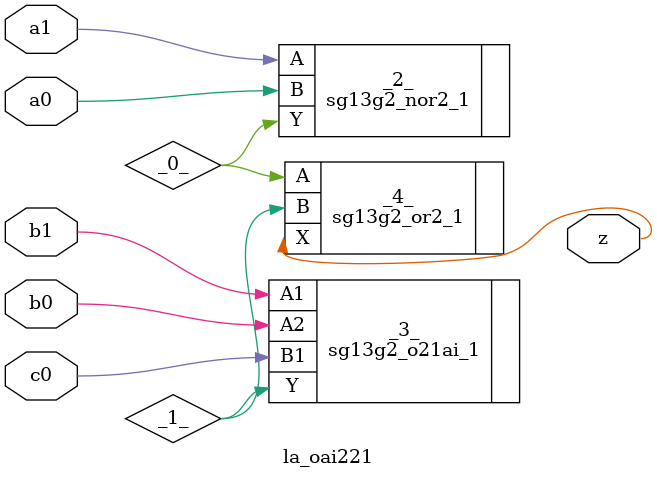
<source format=v>

/* Generated by Yosys 0.44 (git sha1 80ba43d26, g++ 11.4.0-1ubuntu1~22.04 -fPIC -O3) */

(* top =  1  *)
(* src = "generated" *)
(* keep_hierarchy *)
module la_oai221 (
    a0,
    a1,
    b0,
    b1,
    c0,
    z
);
  wire _0_;
  wire _1_;
  (* src = "generated" *)
  input a0;
  wire a0;
  (* src = "generated" *)
  input a1;
  wire a1;
  (* src = "generated" *)
  input b0;
  wire b0;
  (* src = "generated" *)
  input b1;
  wire b1;
  (* src = "generated" *)
  input c0;
  wire c0;
  (* src = "generated" *)
  output z;
  wire z;
  sg13g2_nor2_1 _2_ (
      .A(a1),
      .B(a0),
      .Y(_0_)
  );
  sg13g2_o21ai_1 _3_ (
      .A1(b1),
      .A2(b0),
      .B1(c0),
      .Y (_1_)
  );
  sg13g2_or2_1 _4_ (
      .A(_0_),
      .B(_1_),
      .X(z)
  );
endmodule

</source>
